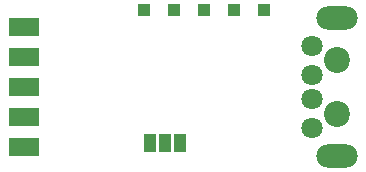
<source format=gbr>
G04 #@! TF.GenerationSoftware,KiCad,Pcbnew,6.0.11+dfsg-1*
G04 #@! TF.CreationDate,2023-04-16T09:36:05+08:00*
G04 #@! TF.ProjectId,stlink,73746c69-6e6b-42e6-9b69-6361645f7063,g*
G04 #@! TF.SameCoordinates,PX5c07920PY68e7780*
G04 #@! TF.FileFunction,Soldermask,Bot*
G04 #@! TF.FilePolarity,Negative*
%FSLAX46Y46*%
G04 Gerber Fmt 4.6, Leading zero omitted, Abs format (unit mm)*
G04 Created by KiCad (PCBNEW 6.0.11+dfsg-1) date 2023-04-16 09:36:05*
%MOMM*%
%LPD*%
G01*
G04 APERTURE LIST*
%ADD10C,1.800000*%
%ADD11O,3.500000X2.000000*%
%ADD12C,2.200000*%
%ADD13R,2.540000X1.524000*%
%ADD14R,1.000000X1.000000*%
%ADD15R,1.000000X1.500000*%
G04 APERTURE END LIST*
D10*
G04 #@! TO.C,J1*
X38400000Y23500000D03*
X38400000Y21000000D03*
X38400000Y19000000D03*
X38400000Y16500000D03*
D11*
X40500000Y14150000D03*
X40500000Y25850000D03*
D12*
X40500000Y17700000D03*
X40500000Y22300000D03*
G04 #@! TD*
D13*
G04 #@! TO.C,J2*
X14000000Y25080000D03*
X14000000Y22540000D03*
X14000000Y20000000D03*
X14000000Y17460000D03*
X14000000Y14920000D03*
G04 #@! TD*
D14*
G04 #@! TO.C,TP3*
X29230000Y26500000D03*
G04 #@! TD*
G04 #@! TO.C,TP1*
X34310000Y26500000D03*
G04 #@! TD*
G04 #@! TO.C,TP4*
X26690000Y26500000D03*
G04 #@! TD*
G04 #@! TO.C,TP5*
X24150000Y26500000D03*
G04 #@! TD*
G04 #@! TO.C,TP2*
X31770000Y26500000D03*
G04 #@! TD*
D15*
G04 #@! TO.C,JP1*
X24650000Y15250000D03*
X25950000Y15250000D03*
X27250000Y15250000D03*
G04 #@! TD*
M02*

</source>
